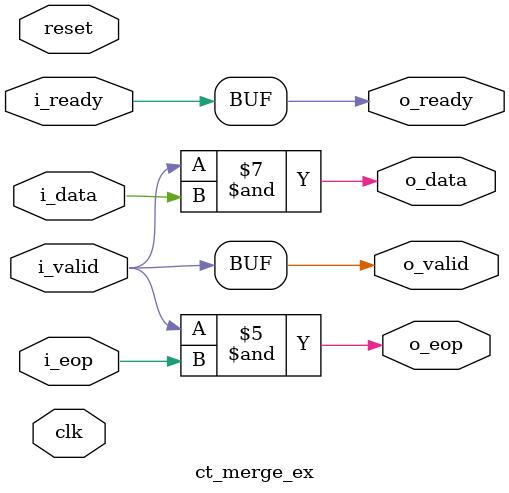
<source format=sv>
module ct_merge_ex #
(
	parameter NI = 1,
	parameter WIDTH = 1
)
(
	input clk,
	input reset,
	
	input [NI*WIDTH-1:0] i_data,
	input [NI-1:0] i_valid,
	output logic [NI-1:0] o_ready,
	input [NI-1:0] i_eop,
	
	output logic o_valid,
	output logic [WIDTH-1:0] o_data,
	input i_ready,
	output logic o_eop
);

// This version of the merge node is for merging inputs that have been
// guaranteed to never compete.

// Payload: assuming up to one valid[] is true at any time, make a very simple mux
always_comb begin : one_hot_mux
    o_eop = '0;
    o_data = '0;
    
    for (int i = 0; i < NI; i++) begin
        o_eop = o_eop | (i_valid[i] & i_eop[i]);
        o_data = o_data | ({WIDTH{i_valid[i]}} & i_data[WIDTH*i +: WIDTH]);
    end
end

assign o_valid = |i_valid;
assign o_ready = {NI{i_ready}};

endmodule


</source>
